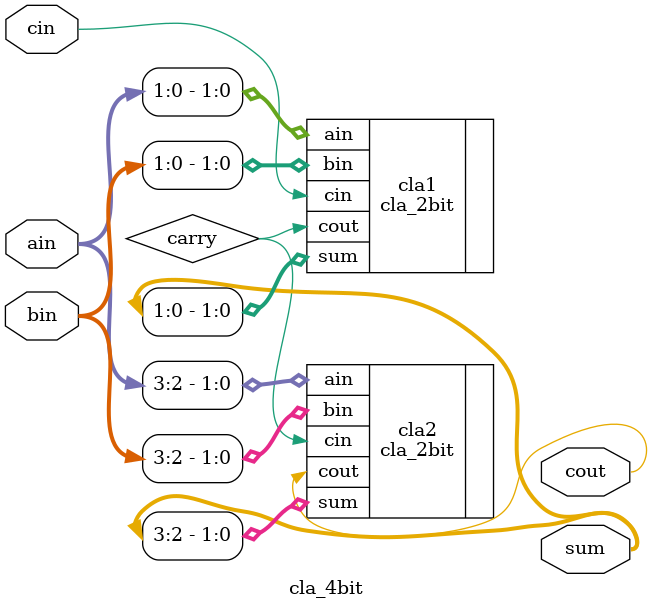
<source format=v>
module cla_4bit (
	output [3:0] sum,
	output cout,
	input [3:0] ain,
	input [3:0] bin,
	input cin
);
	
	wire [3:0] prop;
	wire [3:0] gen;
	wire carry;
	wire [4:0] tmp;
	
	cla_2bit cla1 (
		.sum(sum[1:0]),
		.cout(carry),
		.ain(ain[1:0]),
		.bin(bin[1:0]),
		.cin(cin)
	);
	
	cla_2bit cla2 (
		.sum(sum[3:2]),
		.cout(cout),
		.ain(ain[3:2]),
		.bin(bin[3:2]),
		.cin(carry)
	);
	
	/*
	and (tmp[0], prop[0], cin);				//t0: p0 & cin
	or (carry[0], gen[0], tmp[0]);			//c1: g0 | (p0 & cin)
	
	and (tmp[1], prop[1], prop[0], cin);	//t1: p1 & p0 & cin
	and (tmp[2], prop[1], gen[0]);			//t2: p1 & g0
	or (carry[1], gen[1], tmp[2], tmp[1]);	//c2: g1 | (p1 & g0) | (p1 & p0 & cin)

	and (tmp[3], prop[2], prop[1], prop[0], cin);	//t3: p2 & p1 & p0 & cin
	and (tmp[4], prop[2], prop[1], gen[0]);			//t4: p2 & p1 & g0
	and (tmp[5], prop[2], gen[1]);						//t5: p2 & g1
	or (carry[2], gen[2], tmp[5], tmp[4], tmp[3]);	//c3: g2 | (p2 & g1) | (p2 & p1 & g0) | (p2 & p1 & p0 & cin)

	and (tmp[6], prop[3], prop[2], prop[1], prop[0], cin);
	and (tmp[7], prop[3], prop[2], prop[1], gen[0]);
	and (tmp[8], prop[3], prop[2], prop[1], gen[1]);
	and (tmp[9], prop[3], gen[2]);
	or (cout, gen[3], tmp[6], tmp[7], tmp[8], tmp[9]);
	
	xor (sum[0], prop[0], cin);
	xor (sum[1], prop[1], carry[0]);
	xor (sum[2], prop[2], carry[1]);
	xor (sum[3], prop[3], carry[2]);*/
	
endmodule
</source>
